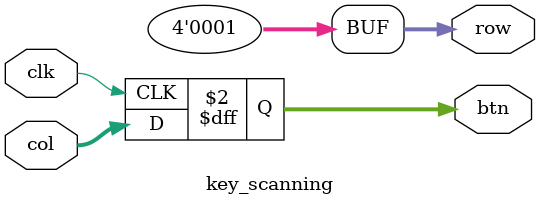
<source format=v>
`timescale 1ns / 1ps


module key_scanning(input[3:0] col,
input clk,
output reg[3:0] btn,
output [3:0] row);
//output up,
//output down,
//output toOne,
//output toTwo,
assign row[3:0]=0001;
always@(posedge clk)
begin
btn<=col;
end
endmodule

</source>
